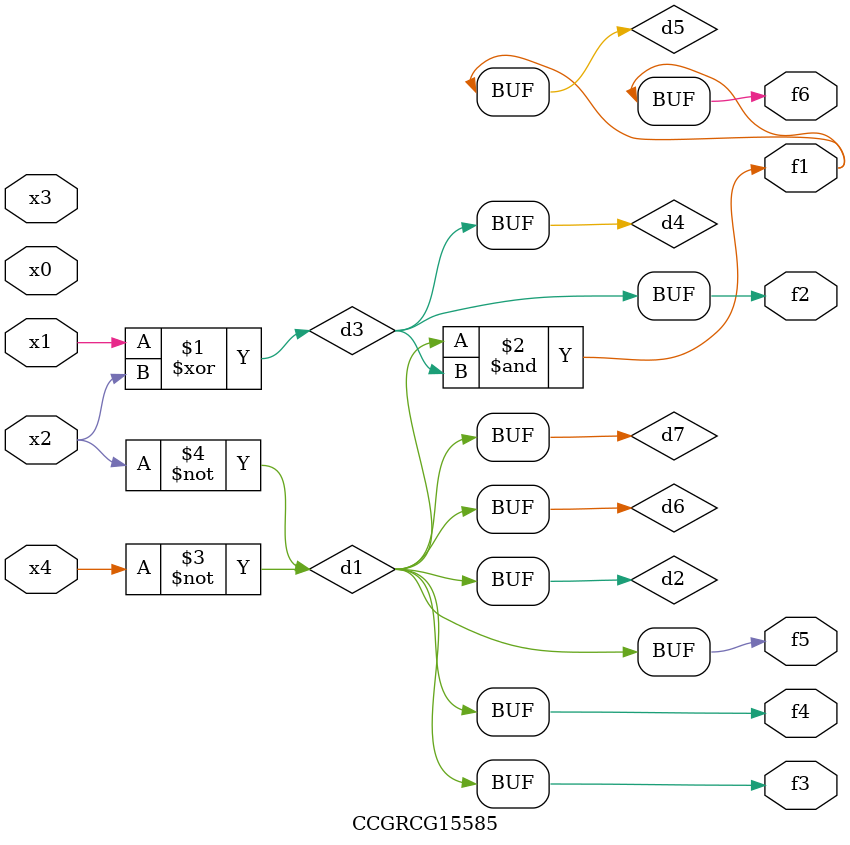
<source format=v>
module CCGRCG15585(
	input x0, x1, x2, x3, x4,
	output f1, f2, f3, f4, f5, f6
);

	wire d1, d2, d3, d4, d5, d6, d7;

	not (d1, x4);
	not (d2, x2);
	xor (d3, x1, x2);
	buf (d4, d3);
	and (d5, d1, d3);
	buf (d6, d1, d2);
	buf (d7, d2);
	assign f1 = d5;
	assign f2 = d4;
	assign f3 = d7;
	assign f4 = d7;
	assign f5 = d7;
	assign f6 = d5;
endmodule

</source>
